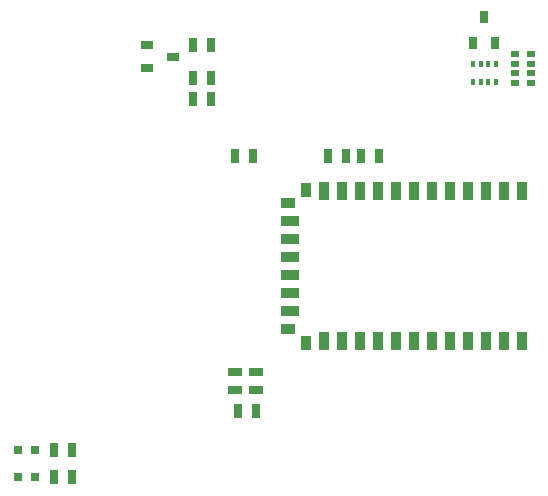
<source format=gtp>
G04 (created by PCBNEW (2013-05-16 BZR 4016)-stable) date 7/10/2013 01:08:46*
%MOIN*%
G04 Gerber Fmt 3.4, Leading zero omitted, Abs format*
%FSLAX34Y34*%
G01*
G70*
G90*
G04 APERTURE LIST*
%ADD10C,0.00590551*%
%ADD11R,0.0315X0.0394*%
%ADD12R,0.025X0.045*%
%ADD13R,0.045X0.025*%
%ADD14R,0.016X0.024*%
%ADD15R,0.032X0.05*%
%ADD16R,0.032X0.06*%
%ADD17R,0.06X0.032*%
%ADD18R,0.05X0.032*%
%ADD19R,0.0314X0.0314*%
%ADD20R,0.025X0.02*%
%ADD21R,0.0394X0.0315*%
G04 APERTURE END LIST*
G54D10*
G54D11*
X99700Y-46167D03*
X100075Y-47033D03*
X99325Y-47033D03*
G54D12*
X90600Y-48900D03*
X90000Y-48900D03*
G54D13*
X92100Y-58600D03*
X92100Y-58000D03*
X91400Y-58000D03*
X91400Y-58600D03*
G54D14*
X99330Y-48330D03*
X99580Y-48330D03*
X99830Y-48330D03*
X100080Y-48330D03*
X100080Y-47730D03*
X99830Y-47730D03*
X99580Y-47730D03*
X99330Y-47730D03*
G54D15*
X93770Y-57010D03*
G54D16*
X94370Y-56960D03*
X94970Y-56960D03*
X95570Y-56960D03*
X96160Y-56950D03*
X96760Y-56950D03*
X97360Y-56950D03*
X97960Y-56950D03*
X98560Y-56950D03*
X99160Y-56950D03*
X99760Y-56950D03*
X100360Y-56950D03*
X100960Y-56950D03*
X100970Y-51960D03*
X100370Y-51960D03*
X99770Y-51960D03*
X99170Y-51960D03*
X98570Y-51960D03*
X97970Y-51960D03*
X97370Y-51960D03*
X96770Y-51960D03*
X96170Y-51960D03*
X95570Y-51960D03*
X94970Y-51960D03*
X94370Y-51960D03*
G54D15*
X93770Y-51910D03*
G54D17*
X93220Y-52960D03*
X93220Y-53560D03*
X93220Y-54160D03*
X93220Y-54760D03*
X93220Y-55360D03*
X93220Y-55960D03*
G54D18*
X93170Y-56560D03*
X93170Y-52360D03*
G54D19*
X84745Y-60600D03*
X84155Y-60600D03*
X84745Y-61500D03*
X84155Y-61500D03*
G54D20*
X100730Y-47400D03*
X100730Y-47730D03*
X100730Y-48030D03*
X100730Y-48360D03*
X101270Y-48360D03*
X101270Y-48030D03*
X101270Y-47730D03*
X101270Y-47400D03*
G54D12*
X90000Y-47100D03*
X90600Y-47100D03*
X91500Y-59300D03*
X92100Y-59300D03*
X95100Y-50800D03*
X94500Y-50800D03*
X85950Y-60600D03*
X85350Y-60600D03*
X85950Y-61500D03*
X85350Y-61500D03*
X90600Y-48200D03*
X90000Y-48200D03*
X95600Y-50800D03*
X96200Y-50800D03*
X92000Y-50800D03*
X91400Y-50800D03*
G54D21*
X89328Y-47475D03*
X88462Y-47850D03*
X88462Y-47100D03*
M02*

</source>
